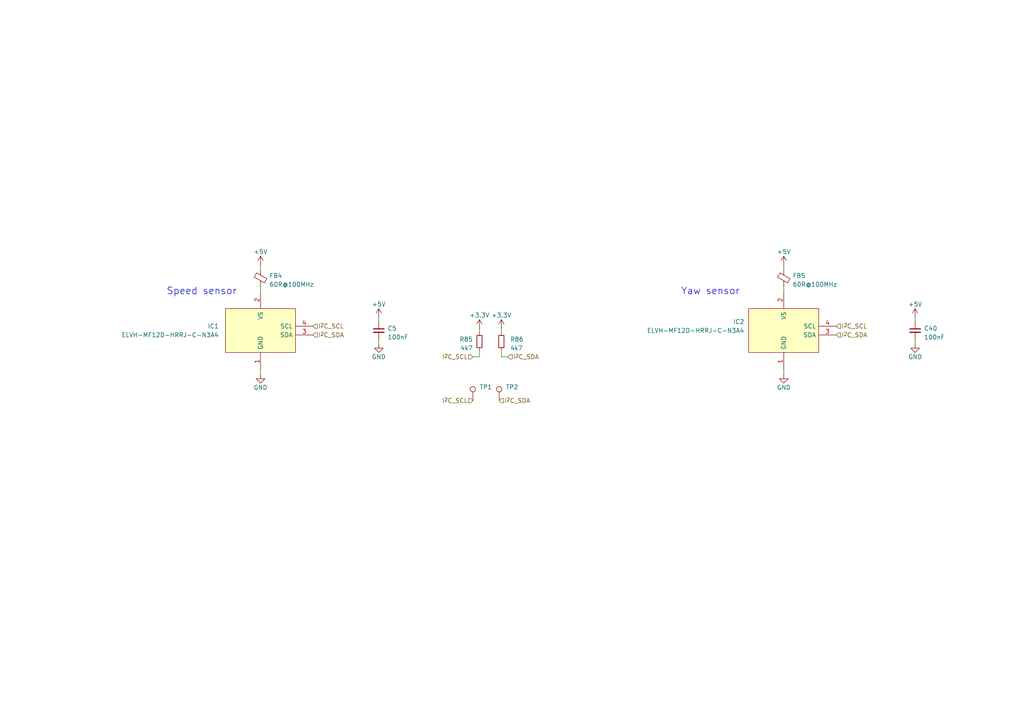
<source format=kicad_sch>
(kicad_sch (version 20230121) (generator eeschema)
  (paper "A4")
  (title_block (title "Yaw sensor") (date "2023-03-11") (rev "${REVISION}") (company "Author: Szymon Kostrubiec") (comment 1 "Reviewer:"))
  (lib_symbols
    (symbol "Connector:TestPoint" (pin_numbers hide) (pin_names (offset 0.762) hide)
      (property "Reference" "TP" (at 0 6.858 0))
      (property "Value" "TestPoint" (at 0 5.08 0))
      (symbol "TestPoint_0_1"
        (circle (center 0 3.302) (radius 0.762))
      )
      (symbol "TestPoint_1_1"
        (pin passive line (at 0 0 90) (length 2.54) (name "1") (number "1"))
      )
    )
    (symbol "Device:C_Small" (pin_numbers hide) (pin_names (offset 0.254) hide)
      (property "Reference" "C" (at 0.254 1.778 0))
      (property "Value" "C_Small" (at 0.254 -2.032 0))
      (symbol "C_Small_0_1"
        (polyline (pts (xy -1.524 -0.508) (xy 1.524 -0.508)) (stroke (width 0.3302)))
        (polyline (pts (xy -1.524 0.508) (xy 1.524 0.508)) (stroke (width 0.3048)))
      )
      (symbol "C_Small_1_1"
        (pin passive line (at 0 2.54 270) (length 2.032) (name "~") (number "1"))
        (pin passive line (at 0 -2.54 90) (length 2.032) (name "~") (number "2"))
      )
    )
    (symbol "Device:FerriteBead_Small" (pin_numbers hide) (pin_names (offset 0))
      (property "Reference" "FB" (at 1.905 1.27 0))
      (property "Value" "FerriteBead_Small" (at 1.905 -1.27 0))
      (symbol "FerriteBead_Small_0_1"
        (polyline (pts (xy 0 -1.27) (xy 0 -0.7874)))
        (polyline (pts (xy 0 0.889) (xy 0 1.2954)))
        (polyline (pts (xy -1.8288 0.2794) (xy -1.1176 1.4986) (xy 1.8288 -0.2032) (xy 1.1176 -1.4224) (xy -1.8288 0.2794)))
      )
      (symbol "FerriteBead_Small_1_1"
        (pin passive line (at 0 2.54 270) (length 1.27) (name "~") (number "1"))
        (pin passive line (at 0 -2.54 90) (length 1.27) (name "~") (number "2"))
      )
    )
    (symbol "Device:R_Small" (pin_numbers hide) (pin_names (offset 0.254) hide)
      (property "Reference" "R" (at 0.762 0.508 0))
      (property "Value" "R_Small" (at 0.762 -1.016 0))
      (symbol "R_Small_0_1"
        (rectangle (start -0.762 1.778) (end 0.762 -1.778) (stroke (width 0.2032)))
      )
      (symbol "R_Small_1_1"
        (pin passive line (at 0 2.54 270) (length 0.762) (name "~") (number "1"))
        (pin passive line (at 0 -2.54 90) (length 0.762) (name "~") (number "2"))
      )
    )
    (symbol "YAW_PROBE:ELVH-MF12D-HRRJ-C-N3A4" (pin_names (offset 0.762))
      (property "Reference" "IC" (at 26.67 7.62 0))
      (property "Value" "ELVH-MF12D-HRRJ-C-N3A4" (at 26.67 5.08 0))
      (property "Footprint" "ELVH005DHRRJINAA4" (at -38.1 -19.05 0))
      (symbol "ELVH-MF12D-HRRJ-C-N3A4_0_0"
        (pin passive line (at 15.24 -15.24 90) (length 5.08) (name "GND") (number "1"))
        (pin passive line (at 15.24 7.62 270) (length 5.08) (name "VS") (number "2"))
        (pin passive line (at 30.48 -5.08 180) (length 5.08) (name "SDA") (number "3"))
        (pin passive line (at 30.48 -2.54 180) (length 5.08) (name "SCL") (number "4"))
        (pin passive line (at 0 0 0) (length 5.08) hide (name "N/C_2") (number "5"))
        (pin passive line (at 0 -2.54 0) (length 5.08) hide (name "N/C_3") (number "6"))
        (pin passive line (at 0 -5.08 0) (length 5.08) hide (name "N/C_4") (number "7"))
        (pin passive line (at 0 -7.62 0) (length 5.08) hide (name "N/C_5") (number "8"))
      )
      (symbol "ELVH-MF12D-HRRJ-C-N3A4_0_1"
        (polyline (pts (xy 5.08 2.54) (xy 25.4 2.54) (xy 25.4 -10.16) (xy 5.08 -10.16) (xy 5.08 2.54)) (stroke (width 0.1524)) (fill (type background)))
      )
    )
    (symbol "power:+3.3V" (power) (pin_names (offset 0))
      (property "Value" "+3.3V" (at 0 3.556 0))
      (symbol "+3.3V_0_1"
        (polyline (pts (xy -0.762 1.27) (xy 0 2.54)))
        (polyline (pts (xy 0 0) (xy 0 2.54)))
        (polyline (pts (xy 0 2.54) (xy 0.762 1.27)))
      )
      (symbol "+3.3V_1_1"
        (pin power_in line (at 0 0 90) (length 0) hide (name "+3.3V") (number "1"))
      )
    )
    (symbol "power:+5V" (power) (pin_names (offset 0))
      (property "Value" "+5V" (at 0 3.556 0))
      (symbol "+5V_0_1"
        (polyline (pts (xy -0.762 1.27) (xy 0 2.54)))
        (polyline (pts (xy 0 0) (xy 0 2.54)))
        (polyline (pts (xy 0 2.54) (xy 0.762 1.27)))
      )
      (symbol "+5V_1_1"
        (pin power_in line (at 0 0 90) (length 0) hide (name "+5V") (number "1"))
      )
    )
    (symbol "power:GND" (power) (pin_names (offset 0))
      (property "Value" "GND" (at 0 -3.81 0))
      (symbol "GND_0_1"
        (polyline (pts (xy 0 0) (xy 0 -1.27) (xy 1.27 -1.27) (xy 0 -2.54) (xy -1.27 -1.27) (xy 0 -1.27)))
      )
      (symbol "GND_1_1"
        (pin power_in line (at 0 0 270) (length 0) hide (name "GND") (number "1"))
      )
    )
  )
  (wire (pts (xy 265.43 98.425) (xy 265.43 99.695)))
  (wire (pts (xy 227.33 76.835) (xy 227.33 78.105)))
  (wire (pts (xy 137.16 103.505) (xy 139.065 103.505)))
  (wire (pts (xy 75.565 83.185) (xy 75.565 84.455)))
  (wire (pts (xy 139.065 103.505) (xy 139.065 101.6)))
  (wire (pts (xy 139.065 95.25) (xy 139.065 96.52)))
  (wire (pts (xy 145.415 103.505) (xy 145.415 101.6)))
  (wire (pts (xy 75.565 107.315) (xy 75.565 108.585)))
  (wire (pts (xy 109.855 98.425) (xy 109.855 99.695)))
  (wire (pts (xy 265.43 92.075) (xy 265.43 93.345)))
  (wire (pts (xy 75.565 76.835) (xy 75.565 78.105)))
  (wire (pts (xy 227.33 107.315) (xy 227.33 108.585)))
  (wire (pts (xy 109.855 92.075) (xy 109.855 93.345)))
  (wire (pts (xy 145.415 95.25) (xy 145.415 96.52)))
  (wire (pts (xy 227.33 83.185) (xy 227.33 84.455)))
  (wire (pts (xy 147.32 103.505) (xy 145.415 103.505)))
  (text "Speed sensor" (at 48.26 85.725 0) (effects (font (size 2 2)) (justify left bottom)))
  (text "Yaw sensor" (at 197.485 85.725 0) (effects (font (size 2 2)) (justify left bottom)))
  (hierarchical_label "I^{2}C_SDA" (shape input) (at 144.78 116.205 0))
  (hierarchical_label "I^{2}C_SDA" (shape input) (at 242.57 97.155 0))
  (hierarchical_label "I^{2}C_SCL" (shape input) (at 137.16 103.505 180))
  (hierarchical_label "I^{2}C_SDA" (shape input) (at 147.32 103.505 0))
  (hierarchical_label "I^{2}C_SCL" (shape input) (at 137.16 116.205 180))
  (hierarchical_label "I^{2}C_SCL" (shape input) (at 242.57 94.615 0))
  (hierarchical_label "I^{2}C_SDA" (shape input) (at 90.805 97.155 0))
  (hierarchical_label "I^{2}C_SCL" (shape input) (at 90.805 94.615 0))
  (symbol (lib_id "Device:R_Small") (at 139.065 99.06 0) (mirror y) (unit 1)
    (property "Reference" "R85" (at 137.16 98.425 0) (effects (justify left)))
    (property "Value" "4k7" (at 137.16 100.965 0) (effects (justify left)))
    (property "Footprint" "Resistor_SMD:R_0402_1005Metric" (effects hide))
  )
  (symbol (lib_id "Device:C_Small") (at 109.855 95.885 0) (unit 1)
    (property "Reference" "C5" (at 112.395 95.2563 0) (effects (justify left)))
    (property "Value" "100nF" (at 112.395 97.7963 0) (effects (justify left)))
    (property "Footprint" "Capacitor_SMD:C_0402_1005Metric_Pad0.74x0.62mm_HandSolder" (effects hide))
  )
  (symbol (lib_id "power:+5V") (at 227.33 76.835 0) (unit 1)
    (property "Reference" "#PWR0134" (effects hide))
    (property "Value" "+5V" (at 227.33 73.025 0))
  )
  (symbol (lib_id "power:GND") (at 265.43 99.695 0) (unit 1)
    (property "Reference" "#PWR0149" (effects hide))
    (property "Value" "GND" (at 265.43 103.505 0))
  )
  (symbol (lib_id "Device:FerriteBead_Small") (at 227.33 80.645 0) (unit 1)
    (property "Reference" "FB5" (at 229.87 79.9719 0) (effects (justify left)))
    (property "Value" "60R@100MHz" (at 229.87 82.5119 0) (effects (justify left)))
    (property "Footprint" "Inductor_SMD:L_0603_1608Metric" (effects hide))
  )
  (symbol (lib_id "Device:FerriteBead_Small") (at 75.565 80.645 0) (unit 1)
    (property "Reference" "FB4" (at 78.105 79.9719 0) (effects (justify left)))
    (property "Value" "60R@100MHz" (at 78.105 82.5119 0) (effects (justify left)))
    (property "Footprint" "Inductor_SMD:L_0603_1608Metric" (effects hide))
  )
  (symbol (lib_id "Device:R_Small") (at 145.415 99.06 0) (unit 1)
    (property "Reference" "R86" (at 147.955 98.425 0) (effects (justify left)))
    (property "Value" "4k7" (at 147.955 100.965 0) (effects (justify left)))
    (property "Footprint" "Resistor_SMD:R_0402_1005Metric" (effects hide))
  )
  (symbol (lib_id "power:+3.3V") (at 139.065 95.25 0) (unit 1)
    (property "Reference" "#PWR0150" (effects hide))
    (property "Value" "+3.3V" (at 139.065 91.44 0))
  )
  (symbol (lib_id "YAW_PROBE:ELVH-MF12D-HRRJ-C-N3A4") (at 212.09 92.075 0) (unit 1)
    (property "Reference" "IC2" (at 215.9 93.3449 0) (effects (justify right)))
    (property "Value" "ELVH-MF12D-HRRJ-C-N3A4" (at 215.9 95.8849 0) (effects (justify right)))
    (property "Footprint" "Frontbox:ELVHL10DHRRDCN2A4" (effects hide))
    (property "Datasheet" "https://www.allsensors.com/datasheets/DS-0376_Rev_A.pdf" (effects hide))
    (property "Description" "Board Mount Pressure Sensors PRESSURE SENSOR" (effects hide))
    (property "Height" "7.49" (effects hide))
    (property "Manufacturer_Name" "Amphenol" (effects hide))
    (property "Manufacturer_Part_Number" "ELVH-005D-HRRJ-I-NAA4" (effects hide))
    (property "Mouser Part Number" "683-ELVH5DHRRJINAA4" (effects hide))
    (property "Mouser Price/Stock" "https://www.mouser.co.uk/ProductDetail/Amphenol-All-Sensors/ELVH-005D-HRRJ-I-NAA4?qs=HBWAp0VN4RiNJU0yUhxjcw%3D%3D" (effects hide))
  )
  (symbol (lib_id "power:GND") (at 75.565 108.585 0) (unit 1)
    (property "Reference" "#PWR0120" (effects hide))
    (property "Value" "GND" (at 75.565 112.395 0))
  )
  (symbol (lib_id "Device:C_Small") (at 265.43 95.885 0) (unit 1)
    (property "Reference" "C40" (at 267.97 95.2563 0) (effects (justify left)))
    (property "Value" "100nF" (at 267.97 97.7963 0) (effects (justify left)))
    (property "Footprint" "Capacitor_SMD:C_0402_1005Metric_Pad0.74x0.62mm_HandSolder" (effects hide))
  )
  (symbol (lib_id "Connector:TestPoint") (at 144.78 116.205 0) (unit 1)
    (property "Reference" "TP2" (at 146.685 112.268 0) (effects (justify left)))
    (property "Value" "TestPoint" (effects hide))
    (property "Footprint" "TestPoint:TestPoint_Pad_1.0x1.0mm" (effects hide))
    (instances (project "PUTM_EV_Frontbox_2023" (path "" (reference "TP2") (unit 1)) (path "" (reference "TP5") (unit 1))))
  )
  (symbol (lib_id "power:+5V") (at 109.855 92.075 0) (unit 1)
    (property "Reference" "#PWR0146" (effects hide))
    (property "Value" "+5V" (at 109.855 88.265 0))
  )
  (symbol (lib_id "power:GND") (at 109.855 99.695 0) (unit 1)
    (property "Reference" "#PWR0147" (effects hide))
    (property "Value" "GND" (at 109.855 103.505 0))
  )
  (symbol (lib_id "power:+3.3V") (at 145.415 95.25 0) (unit 1)
    (property "Reference" "#PWR0151" (effects hide))
    (property "Value" "+3.3V" (at 145.415 91.44 0))
  )
  (symbol (lib_id "power:+5V") (at 75.565 76.835 0) (unit 1)
    (property "Reference" "#PWR0110" (effects hide))
    (property "Value" "+5V" (at 75.565 73.025 0))
  )
  (symbol (lib_id "power:GND") (at 227.33 108.585 0) (unit 1)
    (property "Reference" "#PWR0135" (effects hide))
    (property "Value" "GND" (at 227.33 112.395 0))
  )
  (symbol (lib_id "YAW_PROBE:ELVH-MF12D-HRRJ-C-N3A4") (at 60.325 92.075 0) (unit 1)
    (property "Reference" "IC1" (at 63.5 94.615 0) (effects (justify right)))
    (property "Value" "ELVH-MF12D-HRRJ-C-N3A4" (at 63.5 97.155 0) (effects (justify right)))
    (property "Footprint" "Frontbox:ELVH005DHRRJINAA4" (effects hide))
    (property "Datasheet" "https://www.allsensors.com/datasheets/DS-0376_Rev_A.pdf" (effects hide))
    (property "Description" "Board Mount Pressure Sensors PRESSURE SENSOR" (effects hide))
    (property "Height" "7.49" (effects hide))
    (property "Manufacturer_Name" "Amphenol" (effects hide))
    (property "Manufacturer_Part_Number" "ELVH-005D-HRRJ-I-NAA4" (effects hide))
    (property "Mouser Part Number" "683-ELVH5DHRRJINAA4" (effects hide))
    (property "Mouser Price/Stock" "https://www.mouser.co.uk/ProductDetail/Amphenol-All-Sensors/ELVH-005D-HRRJ-I-NAA4?qs=HBWAp0VN4RiNJU0yUhxjcw%3D%3D" (effects hide))
  )
  (symbol (lib_id "power:+5V") (at 265.43 92.075 0) (unit 1)
    (property "Reference" "#PWR0148" (effects hide))
    (property "Value" "+5V" (at 265.43 88.265 0))
  )
  (symbol (lib_id "Connector:TestPoint") (at 137.16 116.205 0) (unit 1)
    (property "Reference" "TP1" (at 139.065 112.268 0) (effects (justify left)))
    (property "Value" "TestPoint" (effects hide))
    (property "Footprint" "TestPoint:TestPoint_Pad_1.0x1.0mm" (effects hide))
    (instances (project "PUTM_EV_Frontbox_2023" (path "" (reference "TP1") (unit 1)) (path "" (reference "TP4") (unit 1))))
  )
)
</source>
